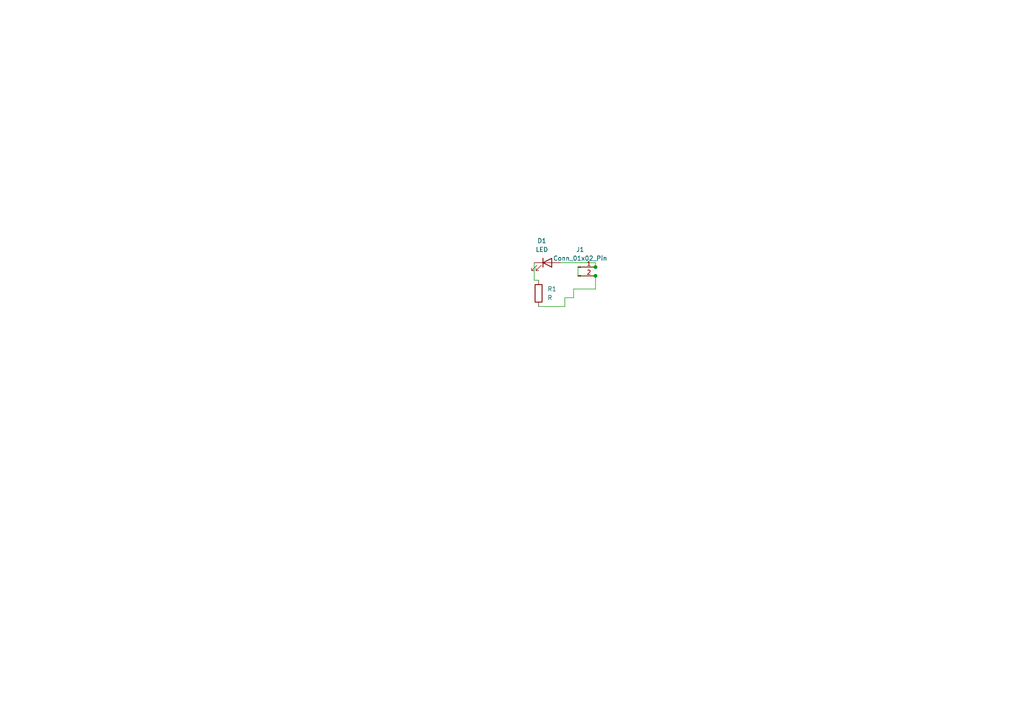
<source format=kicad_sch>
(kicad_sch (version 20250114) (generator "eeschema") (generator_version "9.0")
  (paper "A4")
  (lib_symbols
    (symbol "Connector:Conn_01x02_Pin" (pin_names (offset 1.016) (hide yes))
      (property "Reference" "J" (at 0 2.54 0))
      (property "Value" "Conn_01x02_Pin" (at 0 -5.08 0))
      (symbol "Conn_01x02_Pin_1_1"
        (rectangle (start 0.8636 0.127) (end 0 -0.127) (stroke (width 0.1524)) (fill (type outline)))
        (rectangle (start 0.8636 -2.413) (end 0 -2.667) (stroke (width 0.1524)) (fill (type outline)))
        (polyline (pts (xy 1.27 0) (xy 0.8636 0)) (stroke (width 0.1524)))
        (polyline (pts (xy 1.27 -2.54) (xy 0.8636 -2.54)) (stroke (width 0.1524)))
        (pin passive line (at 5.08 0 180) (length 3.81) (name "Pin_1") (number "1"))
        (pin passive line (at 5.08 -2.54 180) (length 3.81) (name "Pin_2") (number "2"))
      )
    )
    (symbol "Device:LED" (pin_numbers (hide yes)) (pin_names (offset 1.016) (hide yes))
      (property "Reference" "D" (at 0 2.54 0))
      (property "Value" "LED" (at 0 -2.54 0))
      (symbol "LED_0_1"
        (polyline (pts (xy -3.048 -0.762) (xy -4.572 -2.286) (xy -3.81 -2.286) (xy -4.572 -2.286) (xy -4.572 -1.524)))
        (polyline (pts (xy -1.778 -0.762) (xy -3.302 -2.286) (xy -2.54 -2.286) (xy -3.302 -2.286) (xy -3.302 -1.524)))
        (polyline (pts (xy -1.27 0) (xy 1.27 0)))
        (polyline (pts (xy -1.27 -1.27) (xy -1.27 1.27)) (stroke (width 0.254)))
        (polyline (pts (xy 1.27 -1.27) (xy 1.27 1.27) (xy -1.27 0) (xy 1.27 -1.27)) (stroke (width 0.254)))
      )
      (symbol "LED_1_1"
        (pin passive line (at -3.81 0 0) (length 2.54) (name "K") (number "1"))
        (pin passive line (at 3.81 0 180) (length 2.54) (name "A") (number "2"))
      )
    )
    (symbol "Device:R" (pin_numbers (hide yes)) (pin_names (offset 0))
      (property "Reference" "R" (at 2.032 0 90))
      (property "Value" "R" (at 0 0 90))
      (symbol "R_0_1"
        (rectangle (start -1.016 -2.54) (end 1.016 2.54) (stroke (width 0.254)))
      )
      (symbol "R_1_1"
        (pin passive line (at 0 3.81 270) (length 1.27) (name "~") (number "1"))
        (pin passive line (at 0 -3.81 90) (length 1.27) (name "~") (number "2"))
      )
    )
  )
  (junction (at 172.72 80.01))
  (junction (at 172.72 77.47))
  (wire (pts (xy 154.94 81.28) (xy 156.21 81.28)))
  (wire (pts (xy 163.83 86.36) (xy 166.37 86.36)))
  (wire (pts (xy 167.64 77.47) (xy 167.64 80.01)))
  (wire (pts (xy 167.64 77.47) (xy 172.72 77.47)))
  (wire (pts (xy 166.37 83.82) (xy 172.72 83.82)))
  (wire (pts (xy 166.37 83.82) (xy 166.37 86.36)))
  (wire (pts (xy 172.72 77.47) (xy 172.72 76.2)))
  (wire (pts (xy 167.64 80.01) (xy 172.72 80.01)))
  (wire (pts (xy 163.83 88.9) (xy 163.83 86.36)))
  (wire (pts (xy 156.21 88.9) (xy 163.83 88.9)))
  (wire (pts (xy 172.72 76.2) (xy 162.56 76.2)))
  (wire (pts (xy 172.72 83.82) (xy 172.72 80.01)))
  (wire (pts (xy 154.94 76.2) (xy 154.94 81.28)))
  (symbol (lib_id "Device:R") (at 156.21 85.09 0) (unit 1)
    (property "Reference" "R1" (at 158.75 83.8199 0) (effects (justify left)))
    (property "Value" "R" (at 158.75 86.3599 0) (effects (justify left)))
    (property "Footprint" "Resistor_SMD:R_0201_0603Metric" (effects (hide yes)))
    (property "Description" "Resistor" (effects (hide yes)))
  )
  (symbol (lib_id "Connector:Conn_01x02_Pin") (at 167.64 77.47 0) (unit 1)
    (property "Reference" "J1" (at 168.275 72.39 0))
    (property "Value" "Conn_01x02_Pin" (at 168.275 74.93 0))
    (property "Footprint" "Connector_PinHeader_2.54mm:PinHeader_1x02_P2.54mm_Vertical" (effects (hide yes)))
    (property "Description" "Generic connector, single row, 01x02, script generated" (effects (hide yes)))
  )
  (symbol (lib_id "Device:LED") (at 158.75 76.2 0) (unit 1)
    (property "Reference" "D1" (at 157.1625 69.85 0))
    (property "Value" "LED" (at 157.1625 72.39 0))
    (property "Footprint" "LED_THT:LED_D3.0mm" (effects (hide yes)))
    (property "Description" "Light emitting diode" (effects (hide yes)))
    (property "Sim.Pins" "1=K 2=A" (effects (hide yes)))
  )
)
</source>
